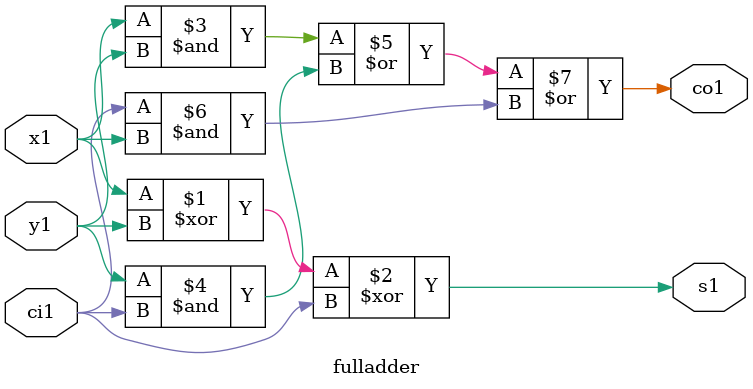
<source format=v>
module fulladder(x1,y1,ci1,co1,s1);
input x1,y1,ci1;
output co1,s1;
assign s1 = x1^y1^ci1;
assign co1 = (x1&y1)|(y1&ci1)|(ci1&x1);
endmodule

</source>
